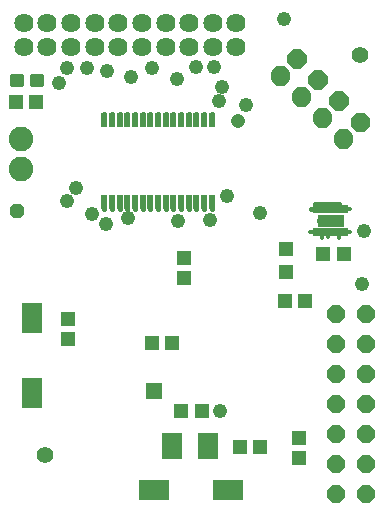
<source format=gts>
G75*
G70*
%OFA0B0*%
%FSLAX24Y24*%
%IPPOS*%
%LPD*%
%AMOC8*
5,1,8,0,0,1.08239X$1,22.5*
%
%ADD10C,0.0560*%
%ADD11C,0.0160*%
%ADD12C,0.0120*%
%ADD13C,0.0180*%
%ADD14R,0.0200X0.0470*%
%ADD15C,0.0131*%
%ADD16OC8,0.0595*%
%ADD17R,0.0513X0.0474*%
%ADD18R,0.0671X0.0867*%
%ADD19C,0.0820*%
%ADD20R,0.0493X0.0505*%
%ADD21R,0.0474X0.0474*%
%ADD22C,0.0640*%
%ADD23R,0.0986X0.0710*%
%ADD24R,0.0710X0.0986*%
%ADD25R,0.0474X0.0513*%
%ADD26C,0.0142*%
%ADD27C,0.0480*%
%ADD28C,0.0480*%
%ADD29R,0.0190X0.0280*%
%ADD30R,0.0870X0.0430*%
%ADD31C,0.0360*%
%ADD32R,0.0552X0.0552*%
%ADD33OC8,0.0476*%
D10*
X003717Y004197D03*
X014207Y017547D03*
D11*
X009277Y015592D02*
X009277Y015462D01*
X009022Y015462D02*
X009022Y015592D01*
X008767Y015592D02*
X008767Y015462D01*
X008512Y015462D02*
X008512Y015592D01*
X008252Y015592D02*
X008252Y015462D01*
X007997Y015462D02*
X007997Y015592D01*
X007742Y015592D02*
X007742Y015462D01*
X007487Y015462D02*
X007487Y015592D01*
X007227Y015592D02*
X007227Y015462D01*
X006972Y015462D02*
X006972Y015592D01*
X006717Y015592D02*
X006717Y015462D01*
X006462Y015462D02*
X006462Y015592D01*
X006207Y015592D02*
X006207Y015462D01*
X005952Y015462D02*
X005952Y015592D01*
X005692Y015592D02*
X005692Y015462D01*
X005692Y012537D02*
X005692Y012407D01*
X005952Y012407D02*
X005952Y012542D01*
X006207Y012537D02*
X006207Y012407D01*
X006462Y012407D02*
X006462Y012537D01*
X006717Y012537D02*
X006717Y012407D01*
X006972Y012407D02*
X006972Y012537D01*
X007227Y012537D02*
X007227Y012407D01*
X007487Y012407D02*
X007487Y012537D01*
X007742Y012537D02*
X007742Y012407D01*
X007997Y012407D02*
X007997Y012537D01*
X008252Y012532D02*
X008252Y012407D01*
X008507Y012407D02*
X008507Y012537D01*
X008767Y012537D02*
X008767Y012407D01*
X009022Y012407D02*
X009022Y012537D01*
X009277Y012537D02*
X009277Y012407D01*
D12*
X012562Y011652D02*
X012752Y011652D01*
X012757Y011657D01*
X012942Y011602D02*
X012942Y011462D01*
X013137Y011467D02*
X013137Y011607D01*
X013532Y011602D02*
X013532Y011442D01*
X013757Y011657D02*
X013887Y011657D01*
X013887Y012397D02*
X013732Y012397D01*
X013562Y012582D02*
X012707Y012582D01*
D13*
X012717Y012397D02*
X012597Y012397D01*
D14*
X009277Y012654D03*
X009021Y012654D03*
X008765Y012654D03*
X008509Y012654D03*
X008253Y012654D03*
X007998Y012654D03*
X007742Y012654D03*
X007486Y012654D03*
X007230Y012654D03*
X006974Y012654D03*
X006718Y012654D03*
X006462Y012654D03*
X006206Y012654D03*
X005950Y012654D03*
X005694Y012654D03*
X005694Y015385D03*
X005950Y015385D03*
X006206Y015385D03*
X006462Y015385D03*
X006718Y015385D03*
X006974Y015385D03*
X007230Y015385D03*
X007486Y015385D03*
X007742Y015385D03*
X007998Y015385D03*
X008253Y015385D03*
X008509Y015385D03*
X008765Y015385D03*
X009021Y015385D03*
X009277Y015385D03*
D15*
X011521Y017049D02*
X011455Y017115D01*
X011671Y017115D01*
X011823Y016963D01*
X011823Y016747D01*
X011671Y016595D01*
X011455Y016595D01*
X011303Y016747D01*
X011303Y016963D01*
X011455Y017115D01*
X011496Y017017D01*
X011630Y017017D01*
X011725Y016922D01*
X011725Y016788D01*
X011630Y016693D01*
X011496Y016693D01*
X011401Y016788D01*
X011401Y016922D01*
X011496Y017017D01*
X011537Y016920D01*
X011589Y016920D01*
X011628Y016881D01*
X011628Y016829D01*
X011589Y016790D01*
X011537Y016790D01*
X011498Y016829D01*
X011498Y016881D01*
X011537Y016920D01*
X012078Y017606D02*
X012012Y017672D01*
X012228Y017672D01*
X012380Y017520D01*
X012380Y017304D01*
X012228Y017152D01*
X012012Y017152D01*
X011860Y017304D01*
X011860Y017520D01*
X012012Y017672D01*
X012053Y017574D01*
X012187Y017574D01*
X012282Y017479D01*
X012282Y017345D01*
X012187Y017250D01*
X012053Y017250D01*
X011958Y017345D01*
X011958Y017479D01*
X012053Y017574D01*
X012094Y017477D01*
X012146Y017477D01*
X012185Y017438D01*
X012185Y017386D01*
X012146Y017347D01*
X012094Y017347D01*
X012055Y017386D01*
X012055Y017438D01*
X012094Y017477D01*
X012785Y016899D02*
X012719Y016965D01*
X012935Y016965D01*
X013087Y016813D01*
X013087Y016597D01*
X012935Y016445D01*
X012719Y016445D01*
X012567Y016597D01*
X012567Y016813D01*
X012719Y016965D01*
X012760Y016867D01*
X012894Y016867D01*
X012989Y016772D01*
X012989Y016638D01*
X012894Y016543D01*
X012760Y016543D01*
X012665Y016638D01*
X012665Y016772D01*
X012760Y016867D01*
X012801Y016770D01*
X012853Y016770D01*
X012892Y016731D01*
X012892Y016679D01*
X012853Y016640D01*
X012801Y016640D01*
X012762Y016679D01*
X012762Y016731D01*
X012801Y016770D01*
X012228Y016342D02*
X012162Y016408D01*
X012378Y016408D01*
X012530Y016256D01*
X012530Y016040D01*
X012378Y015888D01*
X012162Y015888D01*
X012010Y016040D01*
X012010Y016256D01*
X012162Y016408D01*
X012203Y016310D01*
X012337Y016310D01*
X012432Y016215D01*
X012432Y016081D01*
X012337Y015986D01*
X012203Y015986D01*
X012108Y016081D01*
X012108Y016215D01*
X012203Y016310D01*
X012244Y016213D01*
X012296Y016213D01*
X012335Y016174D01*
X012335Y016122D01*
X012296Y016083D01*
X012244Y016083D01*
X012205Y016122D01*
X012205Y016174D01*
X012244Y016213D01*
X012924Y015646D02*
X012858Y015712D01*
X013074Y015712D01*
X013226Y015560D01*
X013226Y015344D01*
X013074Y015192D01*
X012858Y015192D01*
X012706Y015344D01*
X012706Y015560D01*
X012858Y015712D01*
X012899Y015614D01*
X013033Y015614D01*
X013128Y015519D01*
X013128Y015385D01*
X013033Y015290D01*
X012899Y015290D01*
X012804Y015385D01*
X012804Y015519D01*
X012899Y015614D01*
X012940Y015517D01*
X012992Y015517D01*
X013031Y015478D01*
X013031Y015426D01*
X012992Y015387D01*
X012940Y015387D01*
X012901Y015426D01*
X012901Y015478D01*
X012940Y015517D01*
X013481Y016203D02*
X013415Y016269D01*
X013631Y016269D01*
X013783Y016117D01*
X013783Y015901D01*
X013631Y015749D01*
X013415Y015749D01*
X013263Y015901D01*
X013263Y016117D01*
X013415Y016269D01*
X013456Y016171D01*
X013590Y016171D01*
X013685Y016076D01*
X013685Y015942D01*
X013590Y015847D01*
X013456Y015847D01*
X013361Y015942D01*
X013361Y016076D01*
X013456Y016171D01*
X013497Y016074D01*
X013549Y016074D01*
X013588Y016035D01*
X013588Y015983D01*
X013549Y015944D01*
X013497Y015944D01*
X013458Y015983D01*
X013458Y016035D01*
X013497Y016074D01*
X014188Y015495D02*
X014122Y015561D01*
X014338Y015561D01*
X014490Y015409D01*
X014490Y015193D01*
X014338Y015041D01*
X014122Y015041D01*
X013970Y015193D01*
X013970Y015409D01*
X014122Y015561D01*
X014163Y015463D01*
X014297Y015463D01*
X014392Y015368D01*
X014392Y015234D01*
X014297Y015139D01*
X014163Y015139D01*
X014068Y015234D01*
X014068Y015368D01*
X014163Y015463D01*
X014204Y015366D01*
X014256Y015366D01*
X014295Y015327D01*
X014295Y015275D01*
X014256Y015236D01*
X014204Y015236D01*
X014165Y015275D01*
X014165Y015327D01*
X014204Y015366D01*
X013631Y014939D02*
X013565Y015005D01*
X013781Y015005D01*
X013933Y014853D01*
X013933Y014637D01*
X013781Y014485D01*
X013565Y014485D01*
X013413Y014637D01*
X013413Y014853D01*
X013565Y015005D01*
X013606Y014907D01*
X013740Y014907D01*
X013835Y014812D01*
X013835Y014678D01*
X013740Y014583D01*
X013606Y014583D01*
X013511Y014678D01*
X013511Y014812D01*
X013606Y014907D01*
X013647Y014810D01*
X013699Y014810D01*
X013738Y014771D01*
X013738Y014719D01*
X013699Y014680D01*
X013647Y014680D01*
X013608Y014719D01*
X013608Y014771D01*
X013647Y014810D01*
D16*
X013429Y008912D03*
X013429Y007912D03*
X013429Y006912D03*
X013429Y005912D03*
X013429Y004912D03*
X013429Y003912D03*
X013429Y002912D03*
X014429Y002912D03*
X014429Y003912D03*
X014429Y004912D03*
X014429Y005912D03*
X014429Y006912D03*
X014429Y007912D03*
X014429Y008912D03*
D17*
X012197Y004771D03*
X012197Y004102D03*
X008345Y010098D03*
X008345Y010767D03*
X004497Y008741D03*
X004497Y008072D03*
D18*
X007967Y004500D03*
X009148Y004500D03*
D19*
X002935Y013761D03*
X002935Y014761D03*
D20*
X007275Y007935D03*
X007964Y007935D03*
X008263Y005685D03*
X008952Y005685D03*
X012982Y010897D03*
X013671Y010897D03*
D21*
X011741Y011084D03*
X011741Y010297D03*
D22*
X010101Y017815D03*
X010101Y018603D03*
X009314Y018603D03*
X009314Y017815D03*
X008526Y017815D03*
X008526Y018603D03*
X007739Y018603D03*
X007739Y017815D03*
X006952Y017815D03*
X006952Y018603D03*
X006164Y018603D03*
X006164Y017815D03*
X005377Y017815D03*
X005377Y018603D03*
X004589Y018603D03*
X004589Y017815D03*
X003802Y017815D03*
X003802Y018603D03*
X003015Y018603D03*
X003015Y017815D03*
D23*
X007336Y003057D03*
X009817Y003057D03*
D24*
X003297Y006286D03*
X003297Y008767D03*
D25*
X003431Y015967D03*
X002762Y015967D03*
X011722Y009337D03*
X012391Y009337D03*
X010881Y004487D03*
X010212Y004487D03*
D26*
X003296Y016531D02*
X003296Y016863D01*
X003628Y016863D01*
X003628Y016531D01*
X003296Y016531D01*
X003296Y016672D02*
X003628Y016672D01*
X003628Y016813D02*
X003296Y016813D01*
X002605Y016863D02*
X002605Y016531D01*
X002605Y016863D02*
X002937Y016863D01*
X002937Y016531D01*
X002605Y016531D01*
X002605Y016672D02*
X002937Y016672D01*
X002937Y016813D02*
X002605Y016813D01*
D27*
X004187Y016597D03*
X004447Y017107D03*
X005107Y017117D03*
X005777Y016997D03*
X006587Y016817D03*
X007287Y017097D03*
X008117Y016757D03*
X008757Y017147D03*
X009337Y017137D03*
X009627Y016477D03*
X009507Y016007D03*
X010407Y015887D03*
X011687Y018737D03*
X009787Y012837D03*
X009227Y012057D03*
X008147Y012027D03*
X006487Y012097D03*
X005767Y011907D03*
X005277Y012237D03*
X004457Y012677D03*
X004757Y013097D03*
X009547Y005677D03*
X014287Y009907D03*
X014337Y011667D03*
X010897Y012267D03*
D28*
X010157Y015337D02*
X010157Y015337D01*
X010157Y015337D01*
X010157Y015337D01*
X010157Y015337D01*
X010157Y015337D01*
X010157Y015337D01*
X010157Y015337D01*
X010157Y015337D01*
X010157Y015337D01*
D29*
X012747Y012397D03*
X012937Y012397D03*
X013137Y012397D03*
X013337Y012397D03*
X013537Y012397D03*
X013727Y012397D03*
X013727Y011657D03*
X013537Y011657D03*
X013337Y011657D03*
X013137Y011657D03*
X012937Y011657D03*
X012747Y011657D03*
D30*
X013237Y012027D03*
D31*
X013237Y012027D03*
X013517Y012027D03*
X012957Y012027D03*
D32*
X007367Y006357D03*
D33*
X002787Y012337D03*
M02*

</source>
